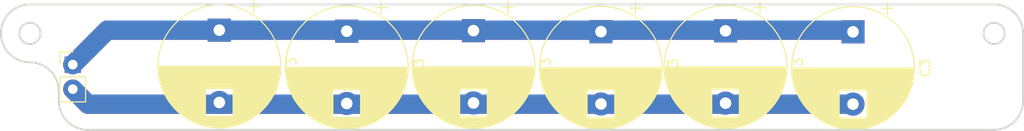
<source format=kicad_pcb>
(kicad_pcb (version 20221018) (generator pcbnew)
  (layers (0 "F.Cu" signal) (31 "B.Cu" signal) (34 "B.Paste" user) (35 "F.Paste" user) (36 "B.SilkS" user "B.Silkscreen") (37 "F.SilkS" user "F.Silkscreen") (38 "B.Mask" user) (39 "F.Mask" user) (44 "Edge.Cuts" user))
  (net 0 "")
  (net 1 "Net-(J1-Pin_1)")
  (net 2 "Net-(J1-Pin_2)")
  (footprint "Capacitor_THT:CP_Radial_D12.5mm_P7.50mm" (layer "F.Cu") (at 172.09 97.833959 -90)
    (fp_text reference "C3" (at 3.75 -7.5 -90) (layer "F.SilkS"))
    (fp_text value "C")
    (pad "1" thru_hole rect (at 0 0 270) (size 2.4 2.4) (drill 1.2) (layers "*.Cu" "*.Mask") (net 1 "Net-(J1-Pin_1)"))
    (pad "2" thru_hole circle (at 7.5 0 270) (size 2.4 2.4) (drill 1.2) (layers "*.Cu" "*.Mask") (net 2 "Net-(J1-Pin_2)"))
  )
  (footprint "Capacitor_THT:CP_Radial_D12.5mm_P7.50mm" (layer "F.Cu") (at 132.81 97.87 -90)
    (fp_text reference "C3" (at 3.75 -7.5 -90) (layer "F.SilkS"))
    (fp_text value "C")
    (pad "1" thru_hole rect (at 0 0 270) (size 2.4 2.4) (drill 1.2) (layers "*.Cu" "*.Mask") (net 1 "Net-(J1-Pin_1)"))
    (pad "2" thru_hole circle (at 7.5 0 270) (size 2.4 2.4) (drill 1.2) (layers "*.Cu" "*.Mask") (net 2 "Net-(J1-Pin_2)"))
  )
  (footprint "Capacitor_THT:CP_Radial_D12.5mm_P7.50mm" (layer "F.Cu") (at 185.31 97.94 -90)
    (fp_text reference "C3" (at 3.75 -7.5 -90) (layer "F.SilkS"))
    (fp_text value "C")
    (pad "1" thru_hole rect (at 0 0 270) (size 2.4 2.4) (drill 1.2) (layers "*.Cu" "*.Mask") (net 1 "Net-(J1-Pin_1)"))
    (pad "2" thru_hole circle (at 7.5 0 270) (size 2.4 2.4) (drill 1.2) (layers "*.Cu" "*.Mask") (net 2 "Net-(J1-Pin_2)"))
  )
  (footprint "Connector_PinHeader_2.54mm:PinHeader_1x02_P2.54mm_Vertical" (layer "F.Cu") (at 104.394 101.341)
    (fp_text reference "J1" hide)
    (fp_text value "Conn_01x02_Socket" hide)
    (pad "1" thru_hole rect (at 0 0) (size 1.7 1.7) (drill 1) (layers "*.Cu" "*.Mask") (net 1 "Net-(J1-Pin_1)"))
    (pad "2" thru_hole oval (at 0 2.54) (size 1.7 1.7) (drill 1) (layers "*.Cu" "*.Mask") (net 2 "Net-(J1-Pin_2)"))
  )
  (footprint "Capacitor_THT:CP_Radial_D12.5mm_P7.50mm" (layer "F.Cu") (at 159.17 97.92 -90)
    (fp_text reference "C3" (at 3.75 -7.5 -90) (layer "F.SilkS"))
    (fp_text value "C")
    (pad "1" thru_hole rect (at 0 0 270) (size 2.4 2.4) (drill 1.2) (layers "*.Cu" "*.Mask") (net 1 "Net-(J1-Pin_1)"))
    (pad "2" thru_hole circle (at 7.5 0 270) (size 2.4 2.4) (drill 1.2) (layers "*.Cu" "*.Mask") (net 2 "Net-(J1-Pin_2)"))
  )
  (footprint "Capacitor_THT:CP_Radial_D12.5mm_P7.50mm" (layer "F.Cu") (at 145.95 97.813959 -90)
    (fp_text reference "C3" (at 3.75 -7.5 -90) (layer "F.SilkS"))
    (fp_text value "C")
    (pad "1" thru_hole rect (at 0 0 270) (size 2.4 2.4) (drill 1.2) (layers "*.Cu" "*.Mask") (net 1 "Net-(J1-Pin_1)"))
    (pad "2" thru_hole circle (at 7.5 0 270) (size 2.4 2.4) (drill 1.2) (layers "*.Cu" "*.Mask") (net 2 "Net-(J1-Pin_2)"))
  )
  (footprint "Capacitor_THT:CP_Radial_D12.5mm_P7.50mm" (layer "F.Cu") (at 119.59 97.763959 -90)
    (fp_text reference "C3" (at 3.75 -7.5 -90) (layer "F.SilkS"))
    (fp_text value "C")
    (pad "1" thru_hole rect (at 0 0 270) (size 2.4 2.4) (drill 1.2) (layers "*.Cu" "*.Mask") (net 1 "Net-(J1-Pin_1)"))
    (pad "2" thru_hole circle (at 7.5 0 270) (size 2.4 2.4) (drill 1.2) (layers "*.Cu" "*.Mask") (net 2 "Net-(J1-Pin_2)"))
  )
  (gr_line (start 202.946 105.100001) (end 202.945999 98.099999) (stroke (width 0.2)) (layer "Edge.Cuts"))
  (gr_line (start 199.946 95.1) (end 99.945997 95.1) (stroke (width 0.2)) (layer "Edge.Cuts"))
  (gr_circle (center 99.945997 98.099999) (end 98.845999 98.099999) (stroke (width 0.2)) (fill none) (layer "Edge.Cuts"))
  (gr_line (start 102.945998 104.1) (end 102.945997 105.099999) (stroke (width 0.2)) (layer "Edge.Cuts"))
  (gr_arc (start 202.946 105.100001) (mid 202.06732 107.22132) (end 199.946 108.1) (stroke (width 0.2)) (layer "Edge.Cuts"))
  (gr_arc (start 99.945998 101.1) (mid 96.945996 98.099999) (end 99.945997 95.1) (stroke (width 0.2)) (layer "Edge.Cuts"))
  (gr_arc (start 105.945998 108.1) (mid 103.824678 107.22132) (end 102.945997 105.099999) (stroke (width 0.2)) (layer "Edge.Cuts"))
  (gr_circle (center 199.946001 98.099999) (end 198.846 98.100001) (stroke (width 0.2)) (fill none) (layer "Edge.Cuts"))
  (gr_arc (start 99.945998 101.1) (mid 102.067318 101.97868) (end 102.945998 104.1) (stroke (width 0.2)) (layer "Edge.Cuts"))
  (gr_line (start 105.945998 108.1) (end 199.946 108.1) (stroke (width 0.2)) (layer "Edge.Cuts"))
  (gr_arc (start 199.946 95.1) (mid 202.06732 95.97868) (end 202.945999 98.099999) (stroke (width 0.2)) (layer "Edge.Cuts"))
  (segment (start 185.31 97.94) (end 185.133959 97.763959) (width 2) (layer "F.Cu") (net 1))
  (segment (start 185.133959 97.763959) (end 107.971041 97.763959) (width 2) (layer "F.Cu") (net 1))
  (segment (start 107.971041 97.763959) (end 104.394 101.341) (width 2) (layer "F.Cu") (net 1))
  (segment (start 104.399 101.341) (end 107.976041 97.763959) (width 2) (layer "B.Cu") (net 1))
  (segment (start 104.394 101.341) (end 104.399 101.341) (width 2) (layer "B.Cu") (net 1))
  (segment (start 107.976041 97.763959) (end 185.133959 97.763959) (width 2) (layer "B.Cu") (net 1))
  (segment (start 185.133959 97.763959) (end 185.31 97.94) (width 2) (layer "B.Cu") (net 1))
  (segment (start 104.394 103.881) (end 105.953 105.44) (width 2) (layer "F.Cu") (net 2))
  (segment (start 105.953 105.44) (end 185.31 105.44) (width 2) (layer "F.Cu") (net 2))
  (segment (start 105.953 105.44) (end 104.394 103.881) (width 2) (layer "B.Cu") (net 2))
  (segment (start 185.31 105.44) (end 105.953 105.44) (width 2) (layer "B.Cu") (net 2))
)
</source>
